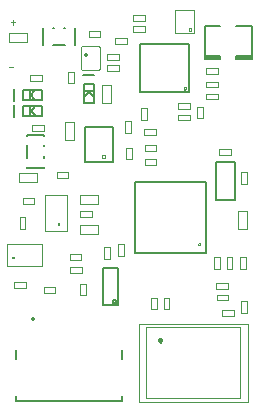
<source format=gbr>
G04 EAGLE Gerber RS-274X export*
G75*
%MOMM*%
%FSLAX34Y34*%
%LPD*%
%INSilkscreen Top*%
%IPPOS*%
%AMOC8*
5,1,8,0,0,1.08239X$1,22.5*%
G01*
%ADD10C,0.076200*%
%ADD11C,0.127000*%
%ADD12C,0.152400*%
%ADD13C,0.100000*%
%ADD14C,0.101600*%
%ADD15C,0.050800*%
%ADD16C,0.250000*%
%ADD17C,0.050000*%


D10*
X210640Y81150D02*
X210640Y91150D01*
X215640Y91150D01*
X215640Y81150D01*
X210640Y81150D01*
X88942Y173559D02*
X73742Y173559D01*
X73742Y181159D01*
X88942Y181159D01*
X88942Y173559D01*
X149700Y94195D02*
X149700Y84195D01*
X144700Y84195D01*
X144700Y94195D01*
X149700Y94195D01*
X192460Y118520D02*
X192460Y128520D01*
X192460Y118520D02*
X187460Y118520D01*
X187460Y128520D01*
X192460Y128520D01*
X203020Y128520D02*
X203020Y118520D01*
X198020Y118520D01*
X198020Y128520D01*
X203020Y128520D01*
X207620Y152520D02*
X207620Y167720D01*
X215220Y167720D01*
X215220Y152520D01*
X207620Y152520D01*
X138840Y94195D02*
X138840Y84195D01*
X133840Y84195D01*
X133840Y94195D01*
X138840Y94195D01*
X214180Y118620D02*
X214180Y128620D01*
X214180Y118620D02*
X209180Y118620D01*
X209180Y128620D01*
X214180Y128620D01*
X83759Y162082D02*
X73759Y162082D01*
X73759Y167082D01*
X83759Y167082D01*
X83759Y162082D01*
X88967Y147821D02*
X73767Y147821D01*
X73767Y155421D01*
X88967Y155421D01*
X88967Y147821D01*
X210280Y190680D02*
X210280Y200680D01*
X215280Y200680D01*
X215280Y190680D01*
X210280Y190680D01*
X201780Y220020D02*
X191780Y220020D01*
X201780Y220020D02*
X201780Y215020D01*
X191780Y215020D01*
X191780Y220020D01*
D11*
X189280Y177020D02*
X205280Y177020D01*
X189280Y177020D02*
X189280Y209020D01*
X205280Y209020D01*
X205280Y177020D01*
D10*
X173934Y139260D02*
X173936Y139320D01*
X173942Y139379D01*
X173952Y139439D01*
X173966Y139497D01*
X173983Y139554D01*
X174004Y139610D01*
X174029Y139665D01*
X174058Y139717D01*
X174090Y139768D01*
X174125Y139816D01*
X174163Y139863D01*
X174205Y139906D01*
X174249Y139946D01*
X174295Y139984D01*
X174344Y140018D01*
X174396Y140050D01*
X174449Y140077D01*
X174504Y140101D01*
X174560Y140122D01*
X174618Y140138D01*
X174676Y140151D01*
X174735Y140160D01*
X174795Y140165D01*
X174855Y140166D01*
X174915Y140163D01*
X174974Y140156D01*
X175033Y140145D01*
X175091Y140130D01*
X175148Y140112D01*
X175204Y140090D01*
X175258Y140064D01*
X175310Y140034D01*
X175360Y140002D01*
X175408Y139966D01*
X175454Y139927D01*
X175496Y139885D01*
X175536Y139840D01*
X175573Y139793D01*
X175607Y139743D01*
X175637Y139691D01*
X175664Y139638D01*
X175687Y139582D01*
X175706Y139526D01*
X175722Y139468D01*
X175734Y139409D01*
X175742Y139350D01*
X175746Y139290D01*
X175746Y139230D01*
X175742Y139170D01*
X175734Y139111D01*
X175722Y139052D01*
X175706Y138994D01*
X175687Y138938D01*
X175664Y138882D01*
X175637Y138829D01*
X175607Y138777D01*
X175573Y138727D01*
X175536Y138680D01*
X175496Y138635D01*
X175454Y138593D01*
X175408Y138554D01*
X175360Y138518D01*
X175310Y138486D01*
X175258Y138456D01*
X175204Y138430D01*
X175148Y138408D01*
X175091Y138390D01*
X175033Y138375D01*
X174974Y138364D01*
X174915Y138357D01*
X174855Y138354D01*
X174795Y138355D01*
X174735Y138360D01*
X174676Y138369D01*
X174618Y138382D01*
X174560Y138398D01*
X174504Y138419D01*
X174449Y138443D01*
X174396Y138470D01*
X174344Y138502D01*
X174295Y138536D01*
X174249Y138574D01*
X174205Y138614D01*
X174163Y138657D01*
X174125Y138704D01*
X174090Y138752D01*
X174058Y138803D01*
X174029Y138855D01*
X174004Y138910D01*
X173983Y138966D01*
X173966Y139023D01*
X173952Y139081D01*
X173942Y139141D01*
X173936Y139200D01*
X173934Y139260D01*
D12*
X180840Y131860D02*
X120840Y131860D01*
X180840Y131860D02*
X180840Y191860D01*
X120840Y191860D01*
X120840Y131860D01*
D11*
X101757Y90800D02*
X101759Y90879D01*
X101765Y90958D01*
X101775Y91037D01*
X101788Y91115D01*
X101806Y91192D01*
X101828Y91268D01*
X101853Y91343D01*
X101882Y91417D01*
X101914Y91489D01*
X101950Y91559D01*
X101990Y91628D01*
X102033Y91695D01*
X102079Y91759D01*
X102129Y91821D01*
X102181Y91880D01*
X102236Y91937D01*
X102294Y91991D01*
X102355Y92042D01*
X102418Y92089D01*
X102483Y92134D01*
X102551Y92175D01*
X102621Y92213D01*
X102692Y92247D01*
X102765Y92278D01*
X102839Y92305D01*
X102915Y92329D01*
X102992Y92348D01*
X103069Y92364D01*
X103148Y92376D01*
X103226Y92384D01*
X103305Y92388D01*
X103385Y92388D01*
X103464Y92384D01*
X103542Y92376D01*
X103621Y92364D01*
X103698Y92348D01*
X103775Y92329D01*
X103851Y92305D01*
X103925Y92278D01*
X103998Y92247D01*
X104069Y92213D01*
X104139Y92175D01*
X104207Y92134D01*
X104272Y92089D01*
X104335Y92042D01*
X104396Y91991D01*
X104454Y91937D01*
X104509Y91880D01*
X104561Y91821D01*
X104611Y91759D01*
X104657Y91695D01*
X104700Y91628D01*
X104740Y91559D01*
X104776Y91489D01*
X104808Y91417D01*
X104837Y91343D01*
X104862Y91268D01*
X104884Y91192D01*
X104902Y91115D01*
X104915Y91037D01*
X104925Y90958D01*
X104931Y90879D01*
X104933Y90800D01*
X104931Y90721D01*
X104925Y90642D01*
X104915Y90563D01*
X104902Y90485D01*
X104884Y90408D01*
X104862Y90332D01*
X104837Y90257D01*
X104808Y90183D01*
X104776Y90111D01*
X104740Y90041D01*
X104700Y89972D01*
X104657Y89905D01*
X104611Y89841D01*
X104561Y89779D01*
X104509Y89720D01*
X104454Y89663D01*
X104396Y89609D01*
X104335Y89558D01*
X104272Y89511D01*
X104207Y89466D01*
X104139Y89425D01*
X104069Y89387D01*
X103998Y89353D01*
X103925Y89322D01*
X103851Y89295D01*
X103775Y89271D01*
X103698Y89252D01*
X103621Y89236D01*
X103542Y89224D01*
X103464Y89216D01*
X103385Y89212D01*
X103305Y89212D01*
X103226Y89216D01*
X103148Y89224D01*
X103069Y89236D01*
X102992Y89252D01*
X102915Y89271D01*
X102839Y89295D01*
X102765Y89322D01*
X102692Y89353D01*
X102621Y89387D01*
X102551Y89425D01*
X102483Y89466D01*
X102418Y89511D01*
X102355Y89558D01*
X102294Y89609D01*
X102236Y89663D01*
X102181Y89720D01*
X102129Y89779D01*
X102079Y89841D01*
X102033Y89905D01*
X101990Y89972D01*
X101950Y90041D01*
X101914Y90111D01*
X101882Y90183D01*
X101853Y90257D01*
X101828Y90332D01*
X101806Y90408D01*
X101788Y90485D01*
X101775Y90563D01*
X101765Y90642D01*
X101759Y90721D01*
X101757Y90800D01*
X93820Y87625D02*
X93820Y119375D01*
X106520Y119375D01*
X106520Y87625D01*
X93820Y87625D01*
D10*
X103590Y314140D02*
X113590Y314140D01*
X113590Y309140D01*
X103590Y309140D01*
X103590Y314140D01*
D13*
X161755Y271230D02*
X161757Y271293D01*
X161763Y271355D01*
X161773Y271417D01*
X161786Y271479D01*
X161804Y271539D01*
X161825Y271598D01*
X161850Y271656D01*
X161879Y271712D01*
X161911Y271766D01*
X161946Y271818D01*
X161984Y271867D01*
X162026Y271915D01*
X162070Y271959D01*
X162118Y272001D01*
X162167Y272039D01*
X162219Y272074D01*
X162273Y272106D01*
X162329Y272135D01*
X162387Y272160D01*
X162446Y272181D01*
X162506Y272199D01*
X162568Y272212D01*
X162630Y272222D01*
X162692Y272228D01*
X162755Y272230D01*
X162818Y272228D01*
X162880Y272222D01*
X162942Y272212D01*
X163004Y272199D01*
X163064Y272181D01*
X163123Y272160D01*
X163181Y272135D01*
X163237Y272106D01*
X163291Y272074D01*
X163343Y272039D01*
X163392Y272001D01*
X163440Y271959D01*
X163484Y271915D01*
X163526Y271867D01*
X163564Y271818D01*
X163599Y271766D01*
X163631Y271712D01*
X163660Y271656D01*
X163685Y271598D01*
X163706Y271539D01*
X163724Y271479D01*
X163737Y271417D01*
X163747Y271355D01*
X163753Y271293D01*
X163755Y271230D01*
X163753Y271167D01*
X163747Y271105D01*
X163737Y271043D01*
X163724Y270981D01*
X163706Y270921D01*
X163685Y270862D01*
X163660Y270804D01*
X163631Y270748D01*
X163599Y270694D01*
X163564Y270642D01*
X163526Y270593D01*
X163484Y270545D01*
X163440Y270501D01*
X163392Y270459D01*
X163343Y270421D01*
X163291Y270386D01*
X163237Y270354D01*
X163181Y270325D01*
X163123Y270300D01*
X163064Y270279D01*
X163004Y270261D01*
X162942Y270248D01*
X162880Y270238D01*
X162818Y270232D01*
X162755Y270230D01*
X162692Y270232D01*
X162630Y270238D01*
X162568Y270248D01*
X162506Y270261D01*
X162446Y270279D01*
X162387Y270300D01*
X162329Y270325D01*
X162273Y270354D01*
X162219Y270386D01*
X162167Y270421D01*
X162118Y270459D01*
X162070Y270501D01*
X162026Y270545D01*
X161984Y270593D01*
X161946Y270642D01*
X161911Y270694D01*
X161879Y270748D01*
X161850Y270804D01*
X161825Y270862D01*
X161804Y270921D01*
X161786Y270981D01*
X161773Y271043D01*
X161763Y271105D01*
X161757Y271167D01*
X161755Y271230D01*
D12*
X165905Y309030D02*
X124905Y309030D01*
X124905Y268030D01*
X165905Y268030D01*
X165905Y309030D01*
D10*
X128820Y333240D02*
X118820Y333240D01*
X128820Y333240D02*
X128820Y328240D01*
X118820Y328240D01*
X118820Y333240D01*
X106590Y286030D02*
X96590Y286030D01*
X96590Y291030D01*
X106590Y291030D01*
X106590Y286030D01*
X106600Y295690D02*
X96600Y295690D01*
X96600Y300690D01*
X106600Y300690D01*
X106600Y295690D01*
X118820Y318715D02*
X128820Y318715D01*
X118820Y318715D02*
X118820Y323715D01*
X128820Y323715D01*
X128820Y318715D01*
X157060Y253660D02*
X167060Y253660D01*
X157060Y253660D02*
X157060Y258660D01*
X167060Y258660D01*
X167060Y253660D01*
X167100Y244120D02*
X157100Y244120D01*
X157100Y249120D01*
X167100Y249120D01*
X167100Y244120D01*
X173280Y245900D02*
X173280Y255900D01*
X178280Y255900D01*
X178280Y245900D01*
X173280Y245900D01*
X180410Y261900D02*
X190410Y261900D01*
X180410Y261900D02*
X180410Y266900D01*
X190410Y266900D01*
X190410Y261900D01*
X190410Y288490D02*
X180410Y288490D01*
X190410Y288490D02*
X190410Y283490D01*
X180410Y283490D01*
X180410Y288490D01*
D11*
X206380Y298390D02*
X219380Y298390D01*
X219380Y324390D01*
X179380Y324390D02*
X179380Y298390D01*
X192380Y298390D01*
X206380Y324390D02*
X219380Y324390D01*
X192380Y324390D02*
X179380Y324390D01*
X206380Y297390D02*
X219380Y297390D01*
X192380Y297390D02*
X179380Y297390D01*
X206380Y296390D02*
X219380Y296390D01*
X192380Y296390D02*
X179380Y296390D01*
X219380Y296390D02*
X219380Y298390D01*
X206380Y298390D02*
X206380Y296390D01*
X192380Y296390D02*
X192380Y298390D01*
X179380Y298390D02*
X179380Y296390D01*
D10*
X154550Y317900D02*
X154550Y337900D01*
X170550Y337900D01*
X170550Y317900D01*
X154550Y317900D01*
X165846Y321300D02*
X165848Y321369D01*
X165854Y321437D01*
X165864Y321505D01*
X165877Y321573D01*
X165895Y321639D01*
X165916Y321705D01*
X165941Y321769D01*
X165970Y321831D01*
X166002Y321892D01*
X166037Y321951D01*
X166076Y322008D01*
X166118Y322062D01*
X166163Y322114D01*
X166211Y322163D01*
X166262Y322210D01*
X166315Y322253D01*
X166370Y322294D01*
X166428Y322331D01*
X166488Y322365D01*
X166550Y322395D01*
X166613Y322422D01*
X166678Y322445D01*
X166744Y322464D01*
X166811Y322480D01*
X166879Y322492D01*
X166947Y322500D01*
X167016Y322504D01*
X167084Y322504D01*
X167153Y322500D01*
X167221Y322492D01*
X167289Y322480D01*
X167356Y322464D01*
X167422Y322445D01*
X167487Y322422D01*
X167550Y322395D01*
X167612Y322365D01*
X167672Y322331D01*
X167730Y322294D01*
X167785Y322253D01*
X167838Y322210D01*
X167889Y322163D01*
X167937Y322114D01*
X167982Y322062D01*
X168024Y322008D01*
X168063Y321951D01*
X168098Y321892D01*
X168130Y321831D01*
X168159Y321769D01*
X168184Y321705D01*
X168205Y321639D01*
X168223Y321573D01*
X168236Y321505D01*
X168246Y321437D01*
X168252Y321369D01*
X168254Y321300D01*
X168252Y321231D01*
X168246Y321163D01*
X168236Y321095D01*
X168223Y321027D01*
X168205Y320961D01*
X168184Y320895D01*
X168159Y320831D01*
X168130Y320769D01*
X168098Y320708D01*
X168063Y320649D01*
X168024Y320592D01*
X167982Y320538D01*
X167937Y320486D01*
X167889Y320437D01*
X167838Y320390D01*
X167785Y320347D01*
X167730Y320306D01*
X167672Y320269D01*
X167612Y320235D01*
X167550Y320205D01*
X167487Y320178D01*
X167422Y320155D01*
X167356Y320136D01*
X167289Y320120D01*
X167221Y320108D01*
X167153Y320100D01*
X167084Y320096D01*
X167016Y320096D01*
X166947Y320100D01*
X166879Y320108D01*
X166811Y320120D01*
X166744Y320136D01*
X166678Y320155D01*
X166613Y320178D01*
X166550Y320205D01*
X166488Y320235D01*
X166428Y320269D01*
X166370Y320306D01*
X166315Y320347D01*
X166262Y320390D01*
X166211Y320437D01*
X166163Y320486D01*
X166118Y320538D01*
X166076Y320592D01*
X166037Y320649D01*
X166002Y320708D01*
X165970Y320769D01*
X165941Y320831D01*
X165916Y320895D01*
X165895Y320961D01*
X165877Y321027D01*
X165864Y321095D01*
X165854Y321163D01*
X165848Y321231D01*
X165846Y321300D01*
X180410Y277060D02*
X190410Y277060D01*
X190410Y272060D01*
X180410Y272060D01*
X180410Y277060D01*
X189480Y101750D02*
X199480Y101750D01*
X189480Y101750D02*
X189480Y106750D01*
X199480Y106750D01*
X199480Y101750D01*
X199560Y91740D02*
X189560Y91740D01*
X189560Y96740D01*
X199560Y96740D01*
X199560Y91740D01*
X204060Y78570D02*
X194060Y78570D01*
X194060Y83570D01*
X204060Y83570D01*
X204060Y78570D01*
D11*
X17936Y260937D02*
X17936Y270462D01*
X32223Y265700D02*
X35398Y262525D01*
X32223Y265700D02*
X35398Y268875D01*
D12*
X31811Y261700D02*
X41811Y261700D01*
X31811Y261700D02*
X25811Y261700D01*
X25811Y269700D01*
X41811Y269700D02*
X41811Y261700D01*
X41811Y269700D02*
X31811Y269700D01*
X25811Y269700D01*
X31811Y269700D02*
X31811Y261700D01*
D11*
X18029Y256842D02*
X18029Y247317D01*
X32316Y252080D02*
X35491Y248905D01*
X32316Y252080D02*
X35491Y255255D01*
D12*
X31904Y248080D02*
X41904Y248080D01*
X31904Y248080D02*
X25904Y248080D01*
X25904Y256080D01*
X41904Y256080D02*
X41904Y248080D01*
X41904Y256080D02*
X31904Y256080D01*
X25904Y256080D01*
X31904Y256080D02*
X31904Y248080D01*
D10*
X99033Y136791D02*
X99033Y126791D01*
X94033Y126791D01*
X94033Y136791D01*
X99033Y136791D01*
X111145Y139181D02*
X111145Y129181D01*
X106145Y129181D01*
X106145Y139181D01*
X111145Y139181D01*
X75368Y115395D02*
X65368Y115395D01*
X65368Y120395D01*
X75368Y120395D01*
X75368Y115395D01*
X75121Y130650D02*
X65121Y130650D01*
X75121Y130650D02*
X75121Y125650D01*
X65121Y125650D01*
X65121Y130650D01*
X41608Y282355D02*
X31608Y282355D01*
X41608Y282355D02*
X41608Y277355D01*
X31608Y277355D01*
X31608Y282355D01*
X33202Y240328D02*
X43202Y240328D01*
X43202Y235328D01*
X33202Y235328D01*
X33202Y240328D01*
X74036Y106021D02*
X74036Y96021D01*
X74036Y106021D02*
X79036Y106021D01*
X79036Y96021D01*
X74036Y96021D01*
X28360Y102090D02*
X18360Y102090D01*
X18360Y107090D01*
X28360Y107090D01*
X28360Y102090D01*
X43106Y103092D02*
X53106Y103092D01*
X53106Y98092D01*
X43106Y98092D01*
X43106Y103092D01*
D13*
X32760Y76550D02*
X32762Y76613D01*
X32768Y76675D01*
X32778Y76737D01*
X32791Y76799D01*
X32809Y76859D01*
X32830Y76918D01*
X32855Y76976D01*
X32884Y77032D01*
X32916Y77086D01*
X32951Y77138D01*
X32989Y77187D01*
X33031Y77235D01*
X33075Y77279D01*
X33123Y77321D01*
X33172Y77359D01*
X33224Y77394D01*
X33278Y77426D01*
X33334Y77455D01*
X33392Y77480D01*
X33451Y77501D01*
X33511Y77519D01*
X33573Y77532D01*
X33635Y77542D01*
X33697Y77548D01*
X33760Y77550D01*
X33823Y77548D01*
X33885Y77542D01*
X33947Y77532D01*
X34009Y77519D01*
X34069Y77501D01*
X34128Y77480D01*
X34186Y77455D01*
X34242Y77426D01*
X34296Y77394D01*
X34348Y77359D01*
X34397Y77321D01*
X34445Y77279D01*
X34489Y77235D01*
X34531Y77187D01*
X34569Y77138D01*
X34604Y77086D01*
X34636Y77032D01*
X34665Y76976D01*
X34690Y76918D01*
X34711Y76859D01*
X34729Y76799D01*
X34742Y76737D01*
X34752Y76675D01*
X34758Y76613D01*
X34760Y76550D01*
X34758Y76487D01*
X34752Y76425D01*
X34742Y76363D01*
X34729Y76301D01*
X34711Y76241D01*
X34690Y76182D01*
X34665Y76124D01*
X34636Y76068D01*
X34604Y76014D01*
X34569Y75962D01*
X34531Y75913D01*
X34489Y75865D01*
X34445Y75821D01*
X34397Y75779D01*
X34348Y75741D01*
X34296Y75706D01*
X34242Y75674D01*
X34186Y75645D01*
X34128Y75620D01*
X34069Y75599D01*
X34009Y75581D01*
X33947Y75568D01*
X33885Y75558D01*
X33823Y75552D01*
X33760Y75550D01*
X33697Y75552D01*
X33635Y75558D01*
X33573Y75568D01*
X33511Y75581D01*
X33451Y75599D01*
X33392Y75620D01*
X33334Y75645D01*
X33278Y75674D01*
X33224Y75706D01*
X33172Y75741D01*
X33123Y75779D01*
X33075Y75821D01*
X33031Y75865D01*
X32989Y75913D01*
X32951Y75962D01*
X32916Y76014D01*
X32884Y76068D01*
X32855Y76124D01*
X32830Y76182D01*
X32809Y76241D01*
X32791Y76301D01*
X32778Y76363D01*
X32768Y76425D01*
X32762Y76487D01*
X32760Y76550D01*
D11*
X109460Y49400D02*
X109460Y41750D01*
X109460Y11150D02*
X109460Y6950D01*
X20060Y6950D01*
X20060Y11150D01*
X20060Y41750D02*
X20060Y49400D01*
D13*
X77500Y299900D02*
X77502Y299963D01*
X77508Y300025D01*
X77518Y300087D01*
X77531Y300149D01*
X77549Y300209D01*
X77570Y300268D01*
X77595Y300326D01*
X77624Y300382D01*
X77656Y300436D01*
X77691Y300488D01*
X77729Y300537D01*
X77771Y300585D01*
X77815Y300629D01*
X77863Y300671D01*
X77912Y300709D01*
X77964Y300744D01*
X78018Y300776D01*
X78074Y300805D01*
X78132Y300830D01*
X78191Y300851D01*
X78251Y300869D01*
X78313Y300882D01*
X78375Y300892D01*
X78437Y300898D01*
X78500Y300900D01*
X78563Y300898D01*
X78625Y300892D01*
X78687Y300882D01*
X78749Y300869D01*
X78809Y300851D01*
X78868Y300830D01*
X78926Y300805D01*
X78982Y300776D01*
X79036Y300744D01*
X79088Y300709D01*
X79137Y300671D01*
X79185Y300629D01*
X79229Y300585D01*
X79271Y300537D01*
X79309Y300488D01*
X79344Y300436D01*
X79376Y300382D01*
X79405Y300326D01*
X79430Y300268D01*
X79451Y300209D01*
X79469Y300149D01*
X79482Y300087D01*
X79492Y300025D01*
X79498Y299963D01*
X79500Y299900D01*
X79498Y299837D01*
X79492Y299775D01*
X79482Y299713D01*
X79469Y299651D01*
X79451Y299591D01*
X79430Y299532D01*
X79405Y299474D01*
X79376Y299418D01*
X79344Y299364D01*
X79309Y299312D01*
X79271Y299263D01*
X79229Y299215D01*
X79185Y299171D01*
X79137Y299129D01*
X79088Y299091D01*
X79036Y299056D01*
X78982Y299024D01*
X78926Y298995D01*
X78868Y298970D01*
X78809Y298949D01*
X78749Y298931D01*
X78687Y298918D01*
X78625Y298908D01*
X78563Y298902D01*
X78500Y298900D01*
X78437Y298902D01*
X78375Y298908D01*
X78313Y298918D01*
X78251Y298931D01*
X78191Y298949D01*
X78132Y298970D01*
X78074Y298995D01*
X78018Y299024D01*
X77964Y299056D01*
X77912Y299091D01*
X77863Y299129D01*
X77815Y299171D01*
X77771Y299215D01*
X77729Y299263D01*
X77691Y299312D01*
X77656Y299364D01*
X77624Y299418D01*
X77595Y299474D01*
X77570Y299532D01*
X77549Y299591D01*
X77531Y299651D01*
X77518Y299713D01*
X77508Y299775D01*
X77502Y299837D01*
X77500Y299900D01*
X90500Y305900D02*
X90500Y287900D01*
X89500Y286900D02*
X75500Y286900D01*
X74500Y287900D02*
X74500Y305900D01*
X75500Y306900D02*
X89500Y306900D01*
X90500Y305900D01*
X90500Y287900D02*
X89500Y286900D01*
X75500Y286900D02*
X74500Y287900D01*
X74500Y305900D02*
X75500Y306900D01*
D12*
X43560Y231690D02*
X28860Y231690D01*
X28860Y204250D02*
X43560Y204250D01*
X28860Y212750D02*
X28860Y223190D01*
X43560Y213690D02*
X43560Y212750D01*
X43560Y222250D02*
X43560Y223190D01*
X43560Y204690D02*
X43560Y204250D01*
X43560Y231250D02*
X43560Y231690D01*
X28860Y231690D02*
X28860Y231250D01*
X28860Y204690D02*
X28860Y204250D01*
D10*
X61290Y227590D02*
X61290Y242790D01*
X68890Y242790D01*
X68890Y227590D01*
X61290Y227590D01*
X37637Y199397D02*
X22437Y199397D01*
X37637Y199397D02*
X37637Y191797D01*
X22437Y191797D01*
X22437Y199397D01*
D13*
X92386Y213700D02*
X92388Y213775D01*
X92394Y213849D01*
X92404Y213923D01*
X92417Y213996D01*
X92435Y214069D01*
X92456Y214140D01*
X92481Y214211D01*
X92510Y214280D01*
X92543Y214347D01*
X92579Y214412D01*
X92618Y214476D01*
X92660Y214537D01*
X92706Y214596D01*
X92755Y214653D01*
X92807Y214706D01*
X92861Y214757D01*
X92918Y214806D01*
X92978Y214850D01*
X93040Y214892D01*
X93104Y214931D01*
X93170Y214966D01*
X93237Y214997D01*
X93307Y215025D01*
X93377Y215049D01*
X93449Y215070D01*
X93522Y215086D01*
X93595Y215099D01*
X93670Y215108D01*
X93744Y215113D01*
X93819Y215114D01*
X93893Y215111D01*
X93968Y215104D01*
X94041Y215093D01*
X94115Y215079D01*
X94187Y215060D01*
X94258Y215038D01*
X94328Y215012D01*
X94397Y214982D01*
X94463Y214949D01*
X94528Y214912D01*
X94591Y214872D01*
X94652Y214828D01*
X94710Y214782D01*
X94766Y214732D01*
X94819Y214680D01*
X94870Y214625D01*
X94917Y214567D01*
X94961Y214507D01*
X95002Y214444D01*
X95040Y214380D01*
X95074Y214314D01*
X95105Y214245D01*
X95132Y214176D01*
X95155Y214105D01*
X95174Y214033D01*
X95190Y213960D01*
X95202Y213886D01*
X95210Y213812D01*
X95214Y213737D01*
X95214Y213663D01*
X95210Y213588D01*
X95202Y213514D01*
X95190Y213440D01*
X95174Y213367D01*
X95155Y213295D01*
X95132Y213224D01*
X95105Y213155D01*
X95074Y213086D01*
X95040Y213020D01*
X95002Y212956D01*
X94961Y212893D01*
X94917Y212833D01*
X94870Y212775D01*
X94819Y212720D01*
X94766Y212668D01*
X94710Y212618D01*
X94652Y212572D01*
X94591Y212528D01*
X94528Y212488D01*
X94463Y212451D01*
X94397Y212418D01*
X94328Y212388D01*
X94258Y212362D01*
X94187Y212340D01*
X94115Y212321D01*
X94041Y212307D01*
X93968Y212296D01*
X93893Y212289D01*
X93819Y212286D01*
X93744Y212287D01*
X93670Y212292D01*
X93595Y212301D01*
X93522Y212314D01*
X93449Y212330D01*
X93377Y212351D01*
X93307Y212375D01*
X93237Y212403D01*
X93170Y212434D01*
X93104Y212469D01*
X93040Y212508D01*
X92978Y212550D01*
X92918Y212594D01*
X92861Y212643D01*
X92807Y212694D01*
X92755Y212747D01*
X92706Y212804D01*
X92660Y212863D01*
X92618Y212924D01*
X92579Y212988D01*
X92543Y213053D01*
X92510Y213120D01*
X92481Y213189D01*
X92456Y213260D01*
X92435Y213331D01*
X92417Y213404D01*
X92404Y213477D01*
X92394Y213551D01*
X92388Y213625D01*
X92386Y213700D01*
D12*
X77800Y208700D02*
X77800Y238700D01*
X101800Y238700D01*
X101800Y208700D01*
X77800Y208700D01*
D10*
X118100Y211200D02*
X118100Y221200D01*
X118100Y211200D02*
X113100Y211200D01*
X113100Y221200D01*
X118100Y221200D01*
X128590Y223220D02*
X138590Y223220D01*
X138590Y218220D01*
X128590Y218220D01*
X128590Y223220D01*
X128690Y211780D02*
X138690Y211780D01*
X138690Y206780D01*
X128690Y206780D01*
X128690Y211780D01*
X116900Y233300D02*
X116900Y243300D01*
X116900Y233300D02*
X111900Y233300D01*
X111900Y243300D01*
X116900Y243300D01*
X128090Y236750D02*
X138090Y236750D01*
X138090Y231750D01*
X128090Y231750D01*
X128090Y236750D01*
X125690Y244560D02*
X125690Y254560D01*
X130690Y254560D01*
X130690Y244560D01*
X125690Y244560D01*
D14*
X16515Y128212D02*
X16517Y128265D01*
X16523Y128317D01*
X16533Y128369D01*
X16546Y128420D01*
X16564Y128470D01*
X16585Y128519D01*
X16610Y128566D01*
X16638Y128610D01*
X16669Y128653D01*
X16704Y128693D01*
X16741Y128730D01*
X16781Y128765D01*
X16824Y128796D01*
X16869Y128824D01*
X16915Y128849D01*
X16964Y128870D01*
X17014Y128888D01*
X17065Y128901D01*
X17117Y128911D01*
X17169Y128917D01*
X17222Y128919D01*
X17275Y128917D01*
X17327Y128911D01*
X17379Y128901D01*
X17430Y128888D01*
X17480Y128870D01*
X17529Y128849D01*
X17576Y128824D01*
X17620Y128796D01*
X17663Y128765D01*
X17703Y128730D01*
X17740Y128693D01*
X17775Y128653D01*
X17806Y128610D01*
X17834Y128565D01*
X17859Y128519D01*
X17880Y128470D01*
X17898Y128420D01*
X17911Y128369D01*
X17921Y128317D01*
X17927Y128265D01*
X17929Y128212D01*
X17927Y128159D01*
X17921Y128107D01*
X17911Y128055D01*
X17898Y128004D01*
X17880Y127954D01*
X17859Y127905D01*
X17834Y127858D01*
X17806Y127814D01*
X17775Y127771D01*
X17740Y127731D01*
X17703Y127694D01*
X17663Y127659D01*
X17620Y127628D01*
X17575Y127600D01*
X17529Y127575D01*
X17480Y127554D01*
X17430Y127536D01*
X17379Y127523D01*
X17327Y127513D01*
X17275Y127507D01*
X17222Y127505D01*
X17169Y127507D01*
X17117Y127513D01*
X17065Y127523D01*
X17014Y127536D01*
X16964Y127554D01*
X16915Y127575D01*
X16868Y127600D01*
X16824Y127628D01*
X16781Y127659D01*
X16741Y127694D01*
X16704Y127731D01*
X16669Y127771D01*
X16638Y127814D01*
X16610Y127859D01*
X16585Y127905D01*
X16564Y127954D01*
X16546Y128004D01*
X16533Y128055D01*
X16523Y128107D01*
X16517Y128159D01*
X16515Y128212D01*
X11922Y139912D02*
X41922Y139912D01*
X41922Y120912D01*
X11922Y120912D02*
X11922Y139912D01*
X11922Y120912D02*
X41922Y120912D01*
X55019Y156250D02*
X55021Y156303D01*
X55027Y156355D01*
X55037Y156407D01*
X55050Y156458D01*
X55068Y156508D01*
X55089Y156557D01*
X55114Y156604D01*
X55142Y156648D01*
X55173Y156691D01*
X55208Y156731D01*
X55245Y156768D01*
X55285Y156803D01*
X55328Y156834D01*
X55373Y156862D01*
X55419Y156887D01*
X55468Y156908D01*
X55518Y156926D01*
X55569Y156939D01*
X55621Y156949D01*
X55673Y156955D01*
X55726Y156957D01*
X55779Y156955D01*
X55831Y156949D01*
X55883Y156939D01*
X55934Y156926D01*
X55984Y156908D01*
X56033Y156887D01*
X56080Y156862D01*
X56124Y156834D01*
X56167Y156803D01*
X56207Y156768D01*
X56244Y156731D01*
X56279Y156691D01*
X56310Y156648D01*
X56338Y156603D01*
X56363Y156557D01*
X56384Y156508D01*
X56402Y156458D01*
X56415Y156407D01*
X56425Y156355D01*
X56431Y156303D01*
X56433Y156250D01*
X56431Y156197D01*
X56425Y156145D01*
X56415Y156093D01*
X56402Y156042D01*
X56384Y155992D01*
X56363Y155943D01*
X56338Y155896D01*
X56310Y155852D01*
X56279Y155809D01*
X56244Y155769D01*
X56207Y155732D01*
X56167Y155697D01*
X56124Y155666D01*
X56079Y155638D01*
X56033Y155613D01*
X55984Y155592D01*
X55934Y155574D01*
X55883Y155561D01*
X55831Y155551D01*
X55779Y155545D01*
X55726Y155543D01*
X55673Y155545D01*
X55621Y155551D01*
X55569Y155561D01*
X55518Y155574D01*
X55468Y155592D01*
X55419Y155613D01*
X55372Y155638D01*
X55328Y155666D01*
X55285Y155697D01*
X55245Y155732D01*
X55208Y155769D01*
X55173Y155809D01*
X55142Y155852D01*
X55114Y155897D01*
X55089Y155943D01*
X55068Y155992D01*
X55050Y156042D01*
X55037Y156093D01*
X55027Y156145D01*
X55021Y156197D01*
X55019Y156250D01*
X44026Y150950D02*
X44026Y180950D01*
X63026Y180950D01*
X63026Y150950D02*
X44026Y150950D01*
X63026Y150950D02*
X63026Y180950D01*
D10*
X35299Y173208D02*
X25299Y173208D01*
X25299Y178208D01*
X35299Y178208D01*
X35299Y173208D01*
X27745Y162149D02*
X27745Y152149D01*
X22745Y152149D01*
X22745Y162149D01*
X27745Y162149D01*
X54030Y195130D02*
X64030Y195130D01*
X54030Y195130D02*
X54030Y200130D01*
X64030Y200130D01*
X64030Y195130D01*
D12*
X42380Y308050D02*
X42380Y322750D01*
X69820Y322750D02*
X69820Y308050D01*
X61320Y308050D02*
X50880Y308050D01*
X60380Y322750D02*
X61320Y322750D01*
X51820Y322750D02*
X50880Y322750D01*
X69380Y322750D02*
X69820Y322750D01*
X42820Y322750D02*
X42380Y322750D01*
X42380Y308050D02*
X42820Y308050D01*
X69380Y308050D02*
X69820Y308050D01*
D15*
X19206Y327100D02*
X15478Y327100D01*
X17342Y328965D02*
X17342Y325236D01*
X17143Y289500D02*
X13414Y289500D01*
D10*
X14033Y310940D02*
X29233Y310940D01*
X14033Y310940D02*
X14033Y318540D01*
X29233Y318540D01*
X29233Y310940D01*
X92700Y274500D02*
X92700Y259300D01*
X92700Y274500D02*
X100300Y274500D01*
X100300Y259300D01*
X92700Y259300D01*
D11*
X86163Y282575D02*
X76638Y282575D01*
X81400Y268288D02*
X78225Y265113D01*
X81400Y268288D02*
X84575Y265113D01*
D12*
X77400Y268700D02*
X77400Y258700D01*
X77400Y268700D02*
X77400Y274700D01*
X85400Y274700D01*
X85400Y258700D02*
X77400Y258700D01*
X85400Y258700D02*
X85400Y268700D01*
X85400Y274700D01*
X85400Y268700D02*
X77400Y268700D01*
D10*
X68500Y275500D02*
X68500Y285500D01*
X68500Y275500D02*
X63500Y275500D01*
X63500Y285500D01*
X68500Y285500D01*
X81200Y314700D02*
X91200Y314700D01*
X81200Y314700D02*
X81200Y319700D01*
X91200Y319700D01*
X91200Y314700D01*
D16*
X140420Y58160D02*
X140422Y58230D01*
X140428Y58300D01*
X140438Y58369D01*
X140451Y58438D01*
X140469Y58506D01*
X140490Y58573D01*
X140515Y58638D01*
X140544Y58702D01*
X140576Y58765D01*
X140612Y58825D01*
X140651Y58883D01*
X140693Y58939D01*
X140738Y58993D01*
X140786Y59044D01*
X140837Y59092D01*
X140891Y59137D01*
X140947Y59179D01*
X141005Y59218D01*
X141065Y59254D01*
X141128Y59286D01*
X141192Y59315D01*
X141257Y59340D01*
X141324Y59361D01*
X141392Y59379D01*
X141461Y59392D01*
X141530Y59402D01*
X141600Y59408D01*
X141670Y59410D01*
X141740Y59408D01*
X141810Y59402D01*
X141879Y59392D01*
X141948Y59379D01*
X142016Y59361D01*
X142083Y59340D01*
X142148Y59315D01*
X142212Y59286D01*
X142275Y59254D01*
X142335Y59218D01*
X142393Y59179D01*
X142449Y59137D01*
X142503Y59092D01*
X142554Y59044D01*
X142602Y58993D01*
X142647Y58939D01*
X142689Y58883D01*
X142728Y58825D01*
X142764Y58765D01*
X142796Y58702D01*
X142825Y58638D01*
X142850Y58573D01*
X142871Y58506D01*
X142889Y58438D01*
X142902Y58369D01*
X142912Y58300D01*
X142918Y58230D01*
X142920Y58160D01*
X142918Y58090D01*
X142912Y58020D01*
X142902Y57951D01*
X142889Y57882D01*
X142871Y57814D01*
X142850Y57747D01*
X142825Y57682D01*
X142796Y57618D01*
X142764Y57555D01*
X142728Y57495D01*
X142689Y57437D01*
X142647Y57381D01*
X142602Y57327D01*
X142554Y57276D01*
X142503Y57228D01*
X142449Y57183D01*
X142393Y57141D01*
X142335Y57102D01*
X142275Y57066D01*
X142212Y57034D01*
X142148Y57005D01*
X142083Y56980D01*
X142016Y56959D01*
X141948Y56941D01*
X141879Y56928D01*
X141810Y56918D01*
X141740Y56912D01*
X141670Y56910D01*
X141600Y56912D01*
X141530Y56918D01*
X141461Y56928D01*
X141392Y56941D01*
X141324Y56959D01*
X141257Y56980D01*
X141192Y57005D01*
X141128Y57034D01*
X141065Y57066D01*
X141005Y57102D01*
X140947Y57141D01*
X140891Y57183D01*
X140837Y57228D01*
X140786Y57276D01*
X140738Y57327D01*
X140693Y57381D01*
X140651Y57437D01*
X140612Y57495D01*
X140576Y57555D01*
X140544Y57618D01*
X140515Y57682D01*
X140490Y57747D01*
X140469Y57814D01*
X140451Y57882D01*
X140438Y57951D01*
X140428Y58020D01*
X140422Y58090D01*
X140420Y58160D01*
D17*
X123470Y71860D02*
X215970Y71860D01*
X215970Y5860D01*
X123470Y5860D01*
X123470Y71860D01*
D13*
X129720Y68860D02*
X209720Y68860D01*
X209720Y8860D01*
X129720Y8860D01*
X129720Y68860D01*
M02*

</source>
